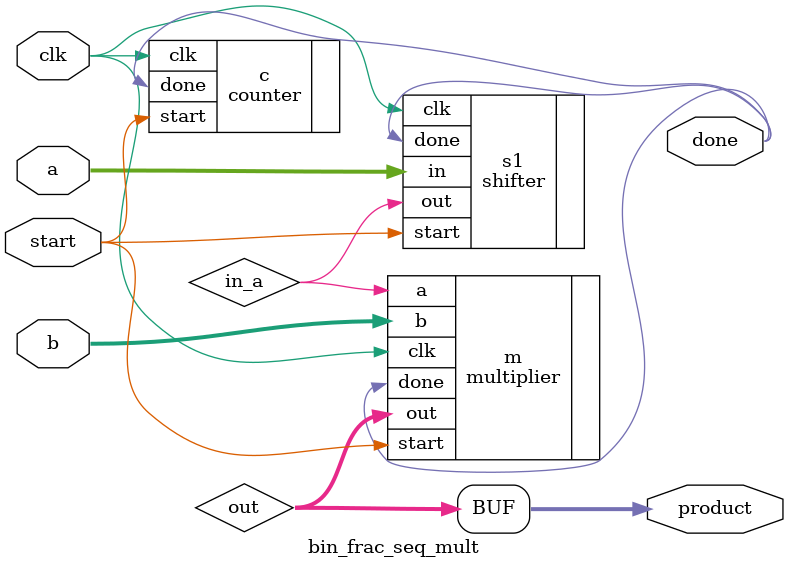
<source format=v>
`timescale 1ns / 1ps
module bin_frac_seq_mult(input clk, input start, input [6:0] a, input [6:0] b, output done, output[13:0] product
    );
wire in_a; //for sending single bits of a
wire[13:0] out; //iterative product

counter c(.start(start),.clk(clk),.done(done));
shifter s1(.in(a),.clk(clk),.out(in_a),.start(start),.done(done));
multiplier m(.a(in_a),.b(b),.out(out),.clk(clk),.start(start),.done(done));
assign product = out;
endmodule

</source>
